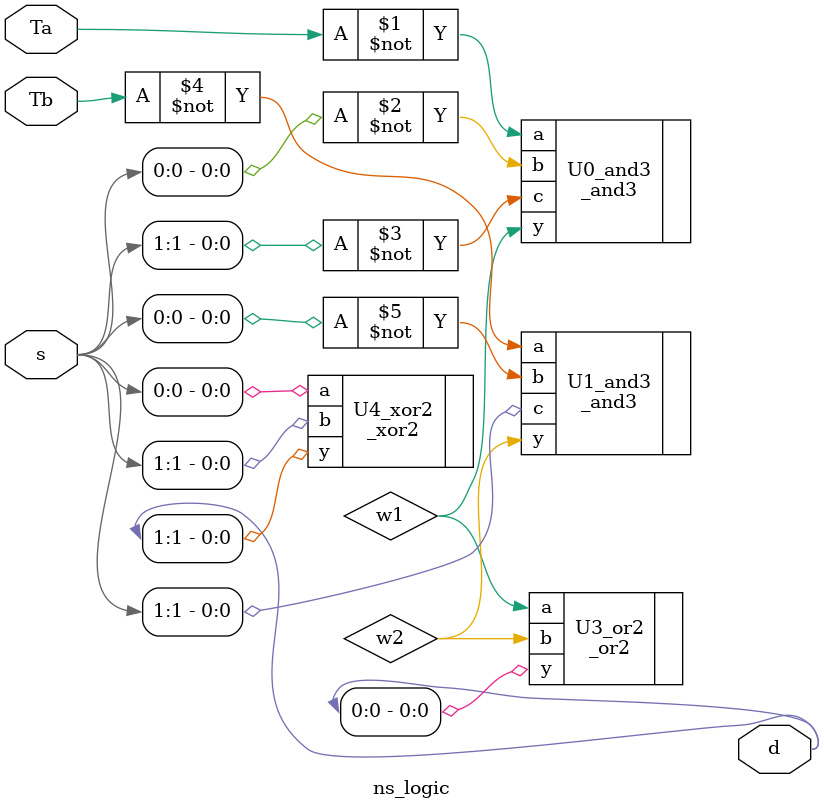
<source format=v>
module ns_logic(Ta,Tb,s,d); //next state logic
	input Ta,Tb; //inputs
	input [1:0] s;
	output [1:0] d; //outputs
	wire w1,w2; //wires
	
	_and3 U0_and3(.a(~Ta),.b(~s[0]),.c(~s[1]),.y(w1));
	_and3 U1_and3(.a(~Tb),.b(~s[0]),.c(s[1]),.y(w2));
	_or2 U3_or2(.a(w1),.b(w2),.y(d[0]));//D0
	_xor2 U4_xor2(.a(s[0]),.b(s[1]),.y(d[1])); //D1
	
	endmodule

</source>
